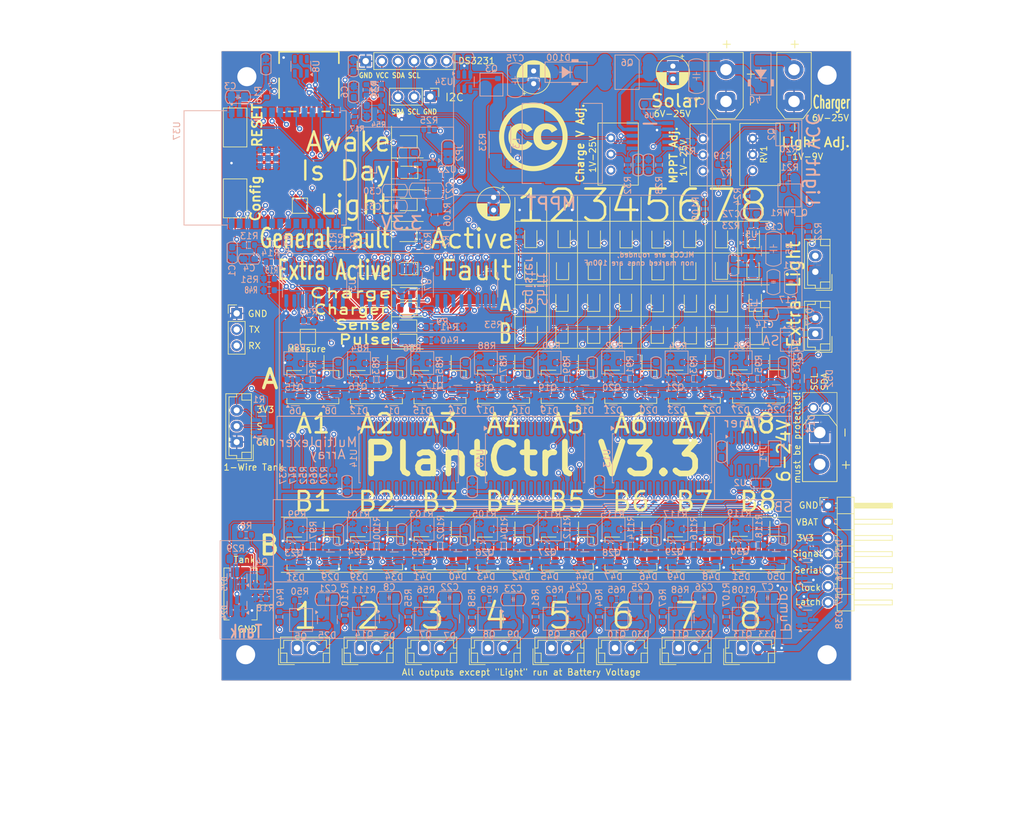
<source format=kicad_pcb>
(kicad_pcb
	(version 20240108)
	(generator "pcbnew")
	(generator_version "8.0")
	(general
		(thickness 1.6)
		(legacy_teardrops no)
	)
	(paper "A4")
	(layers
		(0 "F.Cu" signal)
		(1 "In1.Cu" signal)
		(2 "In2.Cu" signal)
		(31 "B.Cu" signal)
		(32 "B.Adhes" user "B.Adhesive")
		(33 "F.Adhes" user "F.Adhesive")
		(34 "B.Paste" user)
		(35 "F.Paste" user)
		(36 "B.SilkS" user "B.Silkscreen")
		(37 "F.SilkS" user "F.Silkscreen")
		(38 "B.Mask" user)
		(39 "F.Mask" user)
		(40 "Dwgs.User" user "User.Drawings")
		(41 "Cmts.User" user "User.Comments")
		(42 "Eco1.User" user "User.Eco1")
		(43 "Eco2.User" user "User.Eco2")
		(44 "Edge.Cuts" user)
		(45 "Margin" user)
		(46 "B.CrtYd" user "B.Courtyard")
		(47 "F.CrtYd" user "F.Courtyard")
		(48 "B.Fab" user)
		(49 "F.Fab" user)
	)
	(setup
		(stackup
			(layer "F.SilkS"
				(type "Top Silk Screen")
			)
			(layer "F.Paste"
				(type "Top Solder Paste")
			)
			(layer "F.Mask"
				(type "Top Solder Mask")
				(thickness 0.01)
			)
			(layer "F.Cu"
				(type "copper")
				(thickness 0.035)
			)
			(layer "dielectric 1"
				(type "prepreg")
				(thickness 0.1)
				(material "FR4")
				(epsilon_r 4.5)
				(loss_tangent 0.02)
			)
			(layer "In1.Cu"
				(type "copper")
				(thickness 0.035)
			)
			(layer "dielectric 2"
				(type "core")
				(thickness 1.24)
				(material "FR4")
				(epsilon_r 4.5)
				(loss_tangent 0.02)
			)
			(layer "In2.Cu"
				(type "copper")
				(thickness 0.035)
			)
			(layer "dielectric 3"
				(type "prepreg")
				(thickness 0.1)
				(material "FR4")
				(epsilon_r 4.5)
				(loss_tangent 0.02)
			)
			(layer "B.Cu"
				(type "copper")
				(thickness 0.035)
			)
			(layer "B.Mask"
				(type "Bottom Solder Mask")
				(thickness 0.01)
			)
			(layer "B.Paste"
				(type "Bottom Solder Paste")
			)
			(layer "B.SilkS"
				(type "Bottom Silk Screen")
			)
			(copper_finish "HAL lead-free")
			(dielectric_constraints no)
		)
		(pad_to_mask_clearance 0.05)
		(allow_soldermask_bridges_in_footprints no)
		(aux_axis_origin 68.58 26.67)
		(grid_origin 68.58 26.67)
		(pcbplotparams
			(layerselection 0x003ffff_ffffffff)
			(plot_on_all_layers_selection 0x0000000_00000000)
			(disableapertmacros no)
			(usegerberextensions no)
			(usegerberattributes no)
			(usegerberadvancedattributes no)
			(creategerberjobfile no)
			(dashed_line_dash_ratio 12.000000)
			(dashed_line_gap_ratio 3.000000)
			(svgprecision 4)
			(plotframeref no)
			(viasonmask no)
			(mode 1)
			(useauxorigin no)
			(hpglpennumber 1)
			(hpglpenspeed 20)
			(hpglpendiameter 15.000000)
			(pdf_front_fp_property_popups yes)
			(pdf_back_fp_property_popups yes)
			(dxfpolygonmode yes)
			(dxfimperialunits yes)
			(dxfusepcbnewfont yes)
			(psnegative no)
			(psa4output no)
			(plotreference yes)
			(plotvalue yes)
			(plotfptext yes)
			(plotinvisibletext no)
			(sketchpadsonfab no)
			(subtractmaskfromsilk no)
			(outputformat 1)
			(mirror no)
			(drillshape 0)
			(scaleselection 1)
			(outputdirectory "gerber/")
		)
	)
	(net 0 "")
	(net 1 "EN")
	(net 2 "VBAT")
	(net 3 "GND")
	(net 4 "S1")
	(net 5 "G1")
	(net 6 "3_3V")
	(net 7 "Temp")
	(net 8 "S2")
	(net 9 "G2")
	(net 10 "S3")
	(net 11 "Net-(U22-BST)")
	(net 12 "Net-(PUMP2-Pin_1)")
	(net 13 "PUMP_ENABLE")
	(net 14 "TANK_SENSOR")
	(net 15 "Net-(PUMP3-Pin_1)")
	(net 16 "Net-(PUMP4-Pin_1)")
	(net 17 "Net-(PUMP1-Pin_1)")
	(net 18 "Net-(PUMP5-Pin_1)")
	(net 19 "Net-(PUMP6-Pin_1)")
	(net 20 "Net-(PUMP7-Pin_1)")
	(net 21 "Net-(PUMP8-Pin_1)")
	(net 22 "SerialOut")
	(net 23 "Clock")
	(net 24 "Latch")
	(net 25 "Net-(Q1-G)")
	(net 26 "G3")
	(net 27 "ESP_RX")
	(net 28 "ESP_TX")
	(net 29 "Net-(Boot1-Pad2)")
	(net 30 "SDA")
	(net 31 "SCL")
	(net 32 "G4")
	(net 33 "S4")
	(net 34 "Net-(D10-K)")
	(net 35 "Net-(Q5-G)")
	(net 36 "G5")
	(net 37 "Net-(Q7-G)")
	(net 38 "Net-(Q8-G)")
	(net 39 "Net-(Q9-G)")
	(net 40 "Net-(Q10-G)")
	(net 41 "Net-(Q11-G)")
	(net 42 "Net-(Q4-G)")
	(net 43 "Net-(Q13-G)")
	(net 44 "Net-(Q14-G)")
	(net 45 "Net-(D78-A)")
	(net 46 "S5")
	(net 47 "Net-(C5-Pad2)")
	(net 48 "S6")
	(net 49 "G6")
	(net 50 "S7")
	(net 51 "PUMP1")
	(net 52 "G7")
	(net 53 "PUMP3")
	(net 54 "G8")
	(net 55 "Net-(R14-Pad2)")
	(net 56 "PUMP4")
	(net 57 "PUMP5")
	(net 58 "PUMP6")
	(net 59 "PUMP7")
	(net 60 "PUMP8")
	(net 61 "PUMP2")
	(net 62 "unconnected-(U37-IO0-Pad8)")
	(net 63 "Net-(D78-K)")
	(net 64 "S8")
	(net 65 "SIGNAL")
	(net 66 "SerialIn")
	(net 67 "S9")
	(net 68 "G9")
	(net 69 "S10")
	(net 70 "G10")
	(net 71 "G11")
	(net 72 "S11")
	(net 73 "G12")
	(net 74 "S12")
	(net 75 "S13")
	(net 76 "G13")
	(net 77 "S14")
	(net 78 "G14")
	(net 79 "S15")
	(net 80 "G15")
	(net 81 "S16")
	(net 82 "G16")
	(net 83 "CD1")
	(net 84 "CD2")
	(net 85 "CD3")
	(net 86 "CD4")
	(net 87 "CD5")
	(net 88 "Net-(D10-A)")
	(net 89 "Net-(D2-K)")
	(net 90 "CD6")
	(net 91 "CD7")
	(net 92 "Net-(U2-CV)")
	(net 93 "CD8")
	(net 94 "CD9")
	(net 95 "CD10")
	(net 96 "CD11")
	(net 97 "CD12")
	(net 98 "CD13")
	(net 99 "CD14")
	(net 100 "CD15")
	(net 101 "CD16")
	(net 102 "1K_3_3")
	(net 103 "Net-(P_FAULT1-K)")
	(net 104 "CD_Probe")
	(net 105 "SENSORS_ON")
	(net 106 "Net-(CD1-K)")
	(net 107 "Net-(SIGNAL1-K)")
	(net 108 "MS4")
	(net 109 "MS1")
	(net 110 "MS0")
	(net 111 "MS3")
	(net 112 "MS2")
	(net 113 "unconnected-(U2-DIS-Pad7)")
	(net 114 "IsDay")
	(net 115 "S_VIN")
	(net 116 "5K_VBAT")
	(net 117 "Net-(U1-QH')")
	(net 118 "Net-(U3-QH')")
	(net 119 "/Light_In")
	(net 120 "Net-(U5-BST)")
	(net 121 "Net-(Q2-G)")
	(net 122 "Net-(Q2-D)")
	(net 123 "Net-(Q_PWR1-G)")
	(net 124 "Net-(Q_PWR1-D)")
	(net 125 "LED_ENABLE")
	(net 126 "Net-(I2C3-A)")
	(net 127 "Net-(R24-Pad2)")
	(net 128 "Net-(U5-FB)")
	(net 129 "/Light+")
	(net 130 "Net-(U6-VG)")
	(net 131 "Net-(C19-Pad1)")
	(net 132 "Net-(CD2-A)")
	(net 133 "WORKING")
	(net 134 "Net-(D100-K)")
	(net 135 "Net-(L3-Pad2)")
	(net 136 "Net-(Q6-G)")
	(net 137 "Net-(U6-MPPT)")
	(net 138 "Net-(U6-COM)")
	(net 139 "Net-(U6-BAT)")
	(net 140 "Net-(U6-FB)")
	(net 141 "Net-(U6-CSP)")
	(net 142 "/3_3IN")
	(net 143 "/Light_cool")
	(net 144 "/3_3V_cool")
	(net 145 "Net-(Q3-S)")
	(net 146 "Net-(U34-VCAP)")
	(net 147 "Net-(Q3-G)")
	(net 148 "Net-(J3-Pin_1)")
	(net 149 "ENABLE_TANK")
	(net 150 "Net-(Q15-B)")
	(net 151 "Net-(Q17-B)")
	(net 152 "Net-(Q18-B)")
	(net 153 "Net-(Q19-B)")
	(net 154 "Net-(Q20-B)")
	(net 155 "Net-(Q21-B)")
	(net 156 "Net-(Q22-B)")
	(net 157 "Net-(Q23-B)")
	(net 158 "Net-(Q24-B)")
	(net 159 "Net-(Q25-B)")
	(net 160 "Net-(Q26-B)")
	(net 161 "Net-(Q27-B)")
	(net 162 "Net-(Q28-B)")
	(net 163 "Net-(Q29-B)")
	(net 164 "Net-(Q30-B)")
	(net 165 "unconnected-(U37-IO8-Pad10)")
	(net 166 "Net-(D11-A)")
	(net 167 "Net-(JP1-C)")
	(net 168 "unconnected-(U37-NC-Pad22)")
	(net 169 "USB_D-")
	(net 170 "unconnected-(U37-IO4-Pad4)")
	(net 171 "USB_D+")
	(net 172 "BOOT_SEL")
	(net 173 "WARN_LED")
	(net 174 "Net-(Q15-C)")
	(net 175 "Net-(Q16-C)")
	(net 176 "Net-(Q17-C)")
	(net 177 "Net-(Q18-C)")
	(net 178 "Net-(Q19-C)")
	(net 179 "Net-(Q20-C)")
	(net 180 "Net-(Q21-C)")
	(net 181 "Net-(Q22-C)")
	(net 182 "Net-(Q23-C)")
	(net 183 "Net-(Q24-C)")
	(net 184 "Net-(Q25-C)")
	(net 185 "Net-(Q26-C)")
	(net 186 "Net-(Q27-C)")
	(net 187 "Net-(Q28-C)")
	(net 188 "Net-(Q29-C)")
	(net 189 "Net-(Q30-C)")
	(net 190 "Net-(Q16-B)")
	(net 191 "FAULT1")
	(net 192 "FAULT2")
	(net 193 "FAULT3")
	(net 194 "FAULT4")
	(net 195 "FAULT5")
	(net 196 "FAULT6")
	(net 197 "FAULT7")
	(net 198 "FAULT8")
	(net 199 "OE")
	(net 200 "unconnected-(U8-I{slash}O2-Pad4)")
	(net 201 "unconnected-(USB1-ID-Pad4)")
	(net 202 "SQW")
	(net 203 "32K")
	(net 204 "USB_BUS")
	(net 205 "unconnected-(U8-I{slash}O1-Pad6)")
	(net 206 "Net-(D53-K)")
	(net 207 "Net-(JP2-C)")
	(net 208 "CHARGING")
	(net 209 "SOL_CHARGE")
	(net 210 "unconnected-(RV3-Pad3)")
	(net 211 "unconnected-(RV2-Pad3)")
	(footprint "Connector_JST:JST_PH_B2B-PH-SM4-TB_1x02-1MP_P2.00mm_Vertical" (layer "F.Cu") (at 204.58 117.92 180))
	(footprint "Button_Switch_SMD:SW_SPST_CK_RS282G05A3" (layer "F.Cu") (at 172.33 52.67 90))
	(footprint "Connector_JST:JST_PH_B2B-PH-SM4-TB_1x02-1MP_P2.00mm_Vertical" (layer "F.Cu") (at 194.555 91.77 180))
	(footprint "Connector_AMASS:AMASS_XT30UPB-M_1x02_P5.0mm_Vertical" (layer "F.Cu") (at 249.53 48.57 90))
	(footprint "LED_SMD:LED_0805_2012Metric" (layer "F.Cu") (at 199.2425 81.12 180))
	(footprint "easyeda2kicad:MINI-USB-SMD_UX-144S-ACP5" (layer "F.Cu") (at 183.95 46.595 180))
	(footprint "Button_Switch_SMD:SW_SPST_CK_RS282G05A3" (layer "F.Cu") (at 172.33 63.82 -90))
	(footprint "LED_SMD:LED_0805_2012Metric" (layer "F.Cu") (at 223.73 84.945 90))
	(footprint "LED_SMD:LED_0805_2012Metric" (layer "F.Cu") (at 218.83 74.8825 90))
	(footprint "LED_SMD:LED_0805_2012Metric" (layer "F.Cu") (at 228.83 74.92 90))
	(footprint "LED_SMD:LED_0805_2012Metric" (layer "F.Cu") (at 243.93 80.02 90))
	(footprint "Connector_JST:JST_PH_B2B-PH-SM4-TB_1x02-1MP_P2.00mm_Vertical" (layer "F.Cu") (at 254.655 91.67 180))
	(footprint "LED_SMD:LED_0805_2012Metric" (layer "F.Cu") (at 238.73 84.945 90))
	(footprint "kicad-stuff:AMASS_XT30UPB+DATA-M_1x02_P5.0mm_Vertical" (layer "F.Cu") (at 264.28 100.67 -90))
	(footprint "LED_SMD:LED_0805_2012Metric" (layer "F.Cu") (at 243.93 85.045 90))
	(footprint "Connector_JST:JST_PH_B2B-PH-SM4-TB_1x02-1MP_P2.00mm_Vertical" (layer "F.Cu") (at 184.58 117.97 180))
	(footprint "LED_SMD:LED_0805_2012Metric" (layer "F.Cu") (at 199.23 86.17 180))
	(footprint "Connector_AMASS:AMASS_XT30UPB-F_1x02_P5.0mm_Vertical" (layer "F.Cu") (at 260.23 48.57 90))
	(footprint "Connector_JST:JST_PH_B2B-PH-SM4-TB_1x02-1MP_P2.00mm_Vertical" (layer "F.Cu") (at 254.68 117.87 180))
	(footprint "Connector_JST:JST_EH_B2B-EH-A_1x02_P2.50mm_Vertical" (layer "F.Cu") (at 232.08 134.575))
	(footprint "Connector_JST:JST_EH_B2B-EH-A_1x02_P2.50mm_Vertical" (layer "F.Cu") (at 242.08 134.575))
	(footprint "Connector_JST:JST_EH_B2B-EH-A_1x02_P2.50mm_Vertical" (layer "F.Cu") (at 263.58 85.12 90))
	(footprint "LED_SMD:LED_0805_2012Metric" (layer "F.Cu") (at 248.83 85.145 90))
	(footprint "LED_SMD:LED_0805_2012Metric" (layer "F.Cu") (at 248.83 80.02 90))
	(footprint "Connector_JST:JST_EH_B3B-EH-A_1x03_P2.50mm_Vertical" (layer "F.Cu") (at 172.58 102.17 90))
	(footprint "Connector_JST:JST_PH_B2B-PH-SM4-TB_1x02-1MP_P2.00mm_Vertical" (layer "F.Cu") (at 224.58 117.97 180))
	(footprint "LED_SMD:LED_0805_2012Metric" (layer "F.Cu") (at 199.23 69.6575 180))
	(footprint "Connector_PinHeader_2.54mm:PinHeader_1x07_P2.54mm_Horizontal" (layer "F.Cu") (at 265.58 112.17))
	(footprint "LED_SMD:LED_0805_2012Metric" (layer "F.Cu") (at 218.93 84.945 90))
	(footprint "LED_SMD:LED_0805_2012Metric"
		(layer "F.Cu")
		(uuid "38c660a9-1b7f-4b5b-b61c-be652783af9f")
		(at 243.83 69.8825 90)
		(descr "LED SMD 0805 (2012 Metric), square (rectangular) end terminal, IPC_7351 nominal, (Body size source: https://docs.google.com/spreadsheets/d/1BsfQQcO9C6DZCsRaXUlFlo91Tg2WpOkGARC1WS5S8t0/edit?usp=sharing), generated with kicad-footprint-generator")
		(tags "LED")
		(property "Reference" "PUMP_D6"
			(at 0 -1.65 90)
			(layer "F.SilkS")
			(hide yes)
			(uuid "44bbbf26-a62d-4436-b514-b825e281b3ce")
			(effects
				(font
					(size 1 1)
					(thickness 0.15)
				)
			)
		)
		(property "Value" "BLUE"
			(at 0 1.65 90)
			(layer "F.Fab")
			(uuid "8a8574fa-8ef6-410c-870d-c44e0d85d060")
			(effects
				(font
					(size 1 1)
					(thickness 0.15)
				)
			)
		)
		(property "Footprint" "LED_SMD:LED_0805_2012Metric"
			(at 0 0 90)
			(unlocked yes)
			(layer "F.Fab")
			
... [4822985 chars truncated]
</source>
